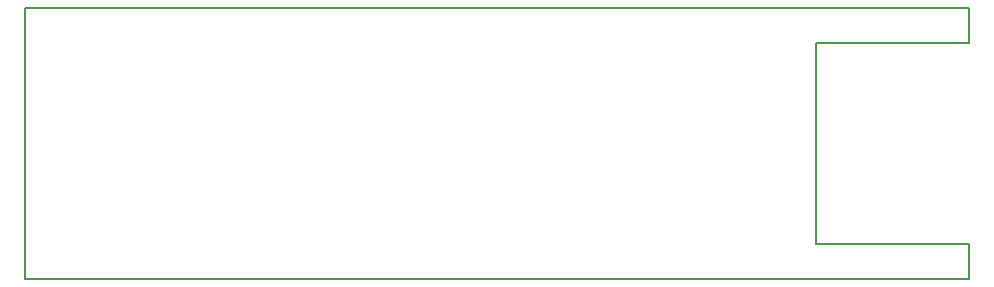
<source format=gm1>
%TF.GenerationSoftware,KiCad,Pcbnew,(6.0.7)*%
%TF.CreationDate,2022-08-25T13:00:14+08:00*%
%TF.ProjectId,T12_SolderingStation,5431325f-536f-46c6-9465-72696e675374,rev?*%
%TF.SameCoordinates,Original*%
%TF.FileFunction,Profile,NP*%
%FSLAX45Y45*%
G04 Gerber Fmt 4.5, Leading zero omitted, Abs format (unit mm)*
G04 Created by KiCad (PCBNEW (6.0.7)) date 2022-08-25 13:00:14*
%MOMM*%
%LPD*%
G01*
G04 APERTURE LIST*
%TA.AperFunction,Profile*%
%ADD10C,0.152399*%
%TD*%
G04 APERTURE END LIST*
D10*
X16151360Y-9587600D02*
X14851360Y-9587600D01*
X14851360Y-7887600D02*
X14851360Y-8737600D01*
X16151360Y-9887600D02*
X16151360Y-9587600D01*
X16151360Y-7587600D02*
X16151360Y-7887600D01*
X16151360Y-7887600D02*
X14851360Y-7887600D01*
X8151360Y-7587600D02*
X8151360Y-9887600D01*
X16151360Y-7587600D02*
X8151360Y-7587600D01*
X14851360Y-9587600D02*
X14851360Y-8737600D01*
X8151360Y-9887600D02*
X16151360Y-9887600D01*
M02*

</source>
